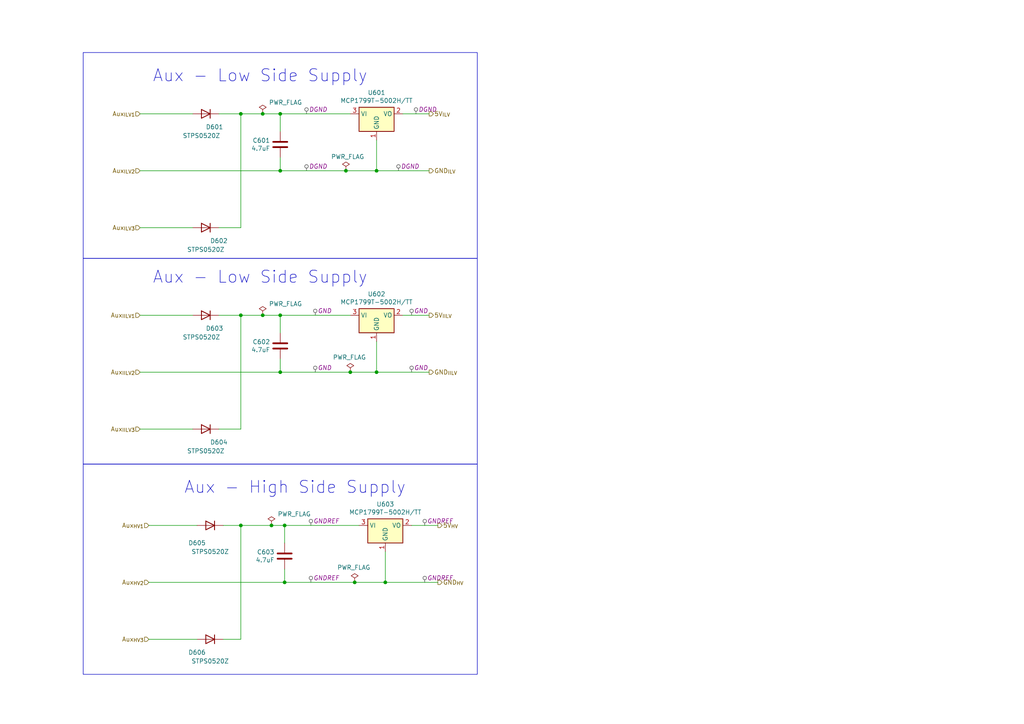
<source format=kicad_sch>
(kicad_sch (version 20250114) (generator "eeschema") (generator_version "9.0")
  (paper "A4")
  (title_block (title "Micro-inverter - 400W") (date "2024-02-06") (comment 1 "JAL"))
  (lib_symbols
    (symbol "Device:C" (pin_numbers (hide yes)) (pin_names (offset 0.254))
      (property "Reference" "C" (at 0.635 2.54 0))
      (property "Value" "C" (at 0.635 -2.54 0))
      (symbol "C_0_1"
        (polyline (pts (xy -2.032 0.762) (xy 2.032 0.762)) (stroke (width 0.508)))
        (polyline (pts (xy -2.032 -0.762) (xy 2.032 -0.762)) (stroke (width 0.508)))
      )
      (symbol "C_1_1"
        (pin passive line (at 0 3.81 270) (length 2.794) (name "~") (number "1"))
        (pin passive line (at 0 -3.81 90) (length 2.794) (name "~") (number "2"))
      )
    )
    (symbol "Device:D" (pin_numbers (hide yes)) (pin_names (offset 1.016) (hide yes))
      (property "Reference" "D" (at 0 2.54 0))
      (property "Value" "D" (at 0 -2.54 0))
      (symbol "D_0_1"
        (polyline (pts (xy -1.27 1.27) (xy -1.27 -1.27)) (stroke (width 0.254)))
        (polyline (pts (xy 1.27 1.27) (xy 1.27 -1.27) (xy -1.27 0) (xy 1.27 1.27)) (stroke (width 0.254)))
        (polyline (pts (xy 1.27 0) (xy -1.27 0)))
      )
      (symbol "D_1_1"
        (pin passive line (at -3.81 0 0) (length 2.54) (name "K") (number "1"))
        (pin passive line (at 3.81 0 180) (length 2.54) (name "A") (number "2"))
      )
    )
    (symbol "Regulator_Linear:MCP1754S-5002xCB"
      (property "Reference" "U" (at -3.81 3.175 0))
      (property "Value" "MCP1754S-5002xCB" (at -0.635 3.175 0))
      (symbol "MCP1754S-5002xCB_0_1"
        (rectangle (start -5.08 -5.08) (end 5.08 1.905) (stroke (width 0.254)) (fill (type background)))
      )
      (symbol "MCP1754S-5002xCB_1_1"
        (pin power_in line (at -7.62 0 0) (length 2.54) (name "VI") (number "3"))
        (pin power_in line (at 0 -7.62 90) (length 2.54) (name "GND") (number "1"))
        (pin power_out line (at 7.62 0 180) (length 2.54) (name "VO") (number "2"))
      )
    )
    (symbol "power:PWR_FLAG" (power) (pin_numbers (hide yes)) (pin_names (offset 0) (hide yes))
      (property "Value" "PWR_FLAG" (at 0 3.81 0))
      (symbol "PWR_FLAG_0_0"
        (pin power_out line (at 0 0 90) (length 0) (name "~") (number "1"))
      )
      (symbol "PWR_FLAG_0_1"
        (polyline (pts (xy 0 0) (xy 0 1.27) (xy -1.016 1.905) (xy 0 2.54) (xy 1.016 1.905) (xy 0 1.27)))
      )
    )
  )
  (rectangle (start 24.13 15.24) (end 138.43 74.93))
  (rectangle (start 24.13 74.93) (end 138.43 134.62))
  (rectangle (start 24.13 134.62) (end 138.43 195.58))
  (text "Aux - Low Side Supply" (at 106.68 82.55 0) (effects (font (size 3.5052 3.5052)) (justify right bottom)))
  (text "Aux - High Side Supply\n" (at 53.34 143.51 0) (effects (font (size 3.5052 3.5052)) (justify left bottom)))
  (text "Aux - Low Side Supply" (at 106.68 24.13 0) (effects (font (size 3.5052 3.5052)) (justify right bottom)))
  (junction (at 81.28 49.53))
  (junction (at 82.55 152.4))
  (junction (at 109.22 49.53))
  (junction (at 81.28 91.44))
  (junction (at 100.33 49.53))
  (junction (at 69.85 152.4))
  (junction (at 111.76 168.91))
  (junction (at 101.6 107.95))
  (junction (at 81.28 107.95))
  (junction (at 81.28 33.02))
  (junction (at 69.85 33.02))
  (junction (at 109.22 107.95))
  (junction (at 82.55 168.91))
  (junction (at 76.2 33.02))
  (junction (at 69.85 91.44))
  (junction (at 78.74 152.4))
  (junction (at 102.87 168.91))
  (junction (at 76.2 91.44))
  (wire (pts (xy 111.76 160.02) (xy 111.76 168.91)))
  (wire (pts (xy 81.28 96.52) (xy 81.28 91.44)))
  (wire (pts (xy 43.18 185.42) (xy 57.15 185.42)))
  (wire (pts (xy 63.5 66.04) (xy 69.85 66.04)))
  (wire (pts (xy 69.85 152.4) (xy 78.74 152.4)))
  (wire (pts (xy 81.28 45.72) (xy 81.28 49.53)))
  (wire (pts (xy 119.38 152.4) (xy 127 152.4)))
  (wire (pts (xy 109.22 49.53) (xy 124.46 49.53)))
  (wire (pts (xy 109.22 107.95) (xy 124.46 107.95)))
  (wire (pts (xy 116.84 33.02) (xy 124.46 33.02)))
  (wire (pts (xy 82.55 157.48) (xy 82.55 152.4)))
  (wire (pts (xy 63.5 124.46) (xy 69.85 124.46)))
  (wire (pts (xy 55.88 33.02) (xy 40.64 33.02)))
  (wire (pts (xy 101.6 107.95) (xy 109.22 107.95)))
  (wire (pts (xy 82.55 165.1) (xy 82.55 168.91)))
  (wire (pts (xy 100.33 49.53) (xy 109.22 49.53)))
  (wire (pts (xy 69.85 91.44) (xy 76.2 91.44)))
  (wire (pts (xy 76.2 91.44) (xy 81.28 91.44)))
  (wire (pts (xy 69.85 33.02) (xy 76.2 33.02)))
  (wire (pts (xy 76.2 33.02) (xy 81.28 33.02)))
  (wire (pts (xy 40.64 49.53) (xy 81.28 49.53)))
  (wire (pts (xy 69.85 185.42) (xy 69.85 152.4)))
  (wire (pts (xy 109.22 40.64) (xy 109.22 49.53)))
  (wire (pts (xy 43.18 168.91) (xy 82.55 168.91)))
  (wire (pts (xy 43.18 152.4) (xy 57.15 152.4)))
  (wire (pts (xy 116.84 91.44) (xy 124.46 91.44)))
  (wire (pts (xy 69.85 124.46) (xy 69.85 91.44)))
  (wire (pts (xy 81.28 91.44) (xy 101.6 91.44)))
  (wire (pts (xy 63.5 91.44) (xy 69.85 91.44)))
  (wire (pts (xy 82.55 168.91) (xy 102.87 168.91)))
  (wire (pts (xy 81.28 104.14) (xy 81.28 107.95)))
  (wire (pts (xy 102.87 168.91) (xy 111.76 168.91)))
  (wire (pts (xy 55.88 124.46) (xy 40.64 124.46)))
  (wire (pts (xy 82.55 152.4) (xy 104.14 152.4)))
  (wire (pts (xy 78.74 152.4) (xy 82.55 152.4)))
  (wire (pts (xy 81.28 49.53) (xy 100.33 49.53)))
  (wire (pts (xy 55.88 91.44) (xy 40.64 91.44)))
  (wire (pts (xy 55.88 66.04) (xy 40.64 66.04)))
  (wire (pts (xy 81.28 38.1) (xy 81.28 33.02)))
  (wire (pts (xy 64.77 152.4) (xy 69.85 152.4)))
  (wire (pts (xy 111.76 168.91) (xy 127 168.91)))
  (wire (pts (xy 63.5 33.02) (xy 69.85 33.02)))
  (wire (pts (xy 109.22 99.06) (xy 109.22 107.95)))
  (wire (pts (xy 81.28 33.02) (xy 101.6 33.02)))
  (wire (pts (xy 64.77 185.42) (xy 69.85 185.42)))
  (wire (pts (xy 40.64 107.95) (xy 81.28 107.95)))
  (wire (pts (xy 69.85 66.04) (xy 69.85 33.02)))
  (wire (pts (xy 81.28 107.95) (xy 101.6 107.95)))
  (hierarchical_label "5V_{ILV}" (shape output) (at 124.46 33.02 0))
  (hierarchical_label "GND_{ILV}" (shape output) (at 124.46 49.53 0))
  (hierarchical_label "5V_{IILV}" (shape output) (at 124.46 91.44 0))
  (hierarchical_label "Aux_{ILV3}" (shape input) (at 40.64 66.04 180))
  (hierarchical_label "5V_{HV}" (shape output) (at 127 152.4 0))
  (hierarchical_label "Aux_{HV2}" (shape input) (at 43.18 168.91 180))
  (hierarchical_label "Aux_{HV1}" (shape input) (at 43.18 152.4 180))
  (hierarchical_label "GND_{HV}" (shape output) (at 127 168.91 0))
  (hierarchical_label "GND_{IILV}" (shape output) (at 124.46 107.95 0))
  (hierarchical_label "Aux_{IILV2}" (shape input) (at 40.64 107.95 180))
  (hierarchical_label "Aux_{IILV1}" (shape input) (at 40.64 91.44 180))
  (hierarchical_label "Aux_{ILV2}" (shape input) (at 40.64 49.53 180))
  (hierarchical_label "Aux_{HV3}" (shape input) (at 43.18 185.42 180))
  (hierarchical_label "Aux_{ILV1}" (shape input) (at 40.64 33.02 180))
  (hierarchical_label "Aux_{IILV3}" (shape input) (at 40.64 124.46 180))
  (netclass_flag "" (length 1.27) (shape round) (at 119.38 107.95 0) (property "Netclass" "GND" (at 120.0785 106.68 0) (effects (font (italic yes)) (justify left))))
  (netclass_flag "" (length 1.27) (shape round) (at 90.17 168.91 0) (property "Netclass" "GNDREF" (at 90.8685 167.64 0) (effects (font (italic yes)) (justify left))))
  (netclass_flag "" (length 1.27) (shape round) (at 115.57 49.53 0) (property "Netclass" "DGND" (at 116.2685 48.26 0) (effects (font (italic yes)) (justify left))))
  (netclass_flag "" (length 1.27) (shape round) (at 90.17 152.4 0) (property "Netclass" "GNDREF" (at 90.8685 151.13 0) (effects (font (italic yes)) (justify left))))
  (netclass_flag "" (length 1.27) (shape round) (at 91.44 91.44 0) (property "Netclass" "GND" (at 92.1385 90.17 0) (effects (font (italic yes)) (justify left))))
  (netclass_flag "" (length 1.27) (shape round) (at 119.38 91.44 0) (property "Netclass" "GND" (at 120.0785 90.17 0) (effects (font (italic yes)) (justify left))))
  (netclass_flag "" (length 1.27) (shape round) (at 91.44 107.95 0) (property "Netclass" "GND" (at 92.1385 106.68 0) (effects (font (italic yes)) (justify left))))
  (netclass_flag "" (length 1.27) (shape round) (at 88.9 49.53 0) (property "Netclass" "DGND" (at 89.5985 48.26 0) (effects (font (italic yes)) (justify left))))
  (netclass_flag "" (length 1.27) (shape round) (at 123.19 152.4 0) (property "Netclass" "GNDREF" (at 123.8885 151.13 0) (effects (font (italic yes)) (justify left))))
  (netclass_flag "" (length 1.27) (shape round) (at 120.65 33.02 0) (property "Netclass" "DGND" (at 121.3485 31.75 0) (effects (font (italic yes)) (justify left))))
  (netclass_flag "" (length 1.27) (shape round) (at 123.19 168.91 0) (property "Netclass" "GNDREF" (at 123.8885 167.64 0) (effects (font (italic yes)) (justify left))))
  (netclass_flag "" (length 1.27) (shape round) (at 88.9 33.02 0) (property "Netclass" "DGND" (at 89.5985 31.75 0) (effects (font (italic yes)) (justify left))))
  (symbol (lib_id "Device:D") (at 59.69 33.02 0) (mirror y) (unit 1)
    (property "Reference" "D601" (at 62.23 36.83 0))
    (property "Value" "STPS0520Z" (at 58.42 39.37 0))
    (property "Footprint" "Diode_SMD:D_SOD-323" (effects (hide yes)))
    (property "Datasheet" "https://www.st.com/resource/en/datasheet/stps0520z.pdf" (effects (hide yes)))
  )
  (symbol (lib_id "Device:C") (at 81.28 41.91 0) (mirror y) (unit 1)
    (property "Reference" "C601" (at 78.359 40.7416 0) (effects (justify left)))
    (property "Value" "4.7uF" (at 78.359 43.053 0) (effects (justify left)))
    (property "Footprint" "Footprints:C_1210_3225Metric" (effects (hide yes)))
    (property "Datasheet" "https://www.mouser.fr/datasheet/2/40/X7RDielectric-777024.pdf" (effects (hide yes)))
    (property "Ref" "12101C475KAT2A" (effects (hide yes)))
  )
  (symbol (lib_id "Regulator_Linear:MCP1754S-5002xCB") (at 111.76 152.4 0) (unit 1)
    (property "Reference" "U603" (at 111.76 146.2532 0))
    (property "Value" "MCP1799T-5002H/TT" (at 111.76 148.5646 0))
    (property "Footprint" "Package_TO_SOT_SMD:SOT-23" (effects (hide yes)))
    (property "Datasheet" "http://ww1.microchip.com/downloads/en/DeviceDoc/20002276C.pdf" (effects (hide yes)))
  )
  (symbol (lib_id "power:PWR_FLAG") (at 76.2 33.02 0) (unit 1)
    (property "Reference" "#FLG0602" (effects (hide yes)))
    (property "Value" "PWR_FLAG" (at 82.804 29.718 0))
    (property "Description" "Special symbol for telling ERC where power comes from" (effects (hide yes)))
  )
  (symbol (lib_id "Regulator_Linear:MCP1754S-5002xCB") (at 109.22 91.44 0) (unit 1)
    (property "Reference" "U602" (at 109.22 85.2932 0))
    (property "Value" "MCP1799T-5002H/TT" (at 109.22 87.6046 0))
    (property "Footprint" "Package_TO_SOT_SMD:SOT-23" (effects (hide yes)))
    (property "Datasheet" "http://ww1.microchip.com/downloads/en/DeviceDoc/20002276C.pdf" (effects (hide yes)))
  )
  (symbol (lib_id "Device:D") (at 59.69 66.04 0) (mirror y) (unit 1)
    (property "Reference" "D602" (at 63.5 69.85 0))
    (property "Value" "STPS0520Z" (at 59.69 72.39 0))
    (property "Footprint" "Diode_SMD:D_SOD-323" (effects (hide yes)))
    (property "Datasheet" "https://www.st.com/resource/en/datasheet/stps0520z.pdf" (effects (hide yes)))
  )
  (symbol (lib_id "Device:C") (at 81.28 100.33 0) (mirror y) (unit 1)
    (property "Reference" "C602" (at 78.359 99.1616 0) (effects (justify left)))
    (property "Value" "4.7uF" (at 78.359 101.473 0) (effects (justify left)))
    (property "Footprint" "Footprints:C_1210_3225Metric" (effects (hide yes)))
    (property "Datasheet" "https://www.mouser.fr/datasheet/2/40/X7RDielectric-777024.pdf" (effects (hide yes)))
    (property "Ref" "12101C475KAT2A" (effects (hide yes)))
  )
  (symbol (lib_id "Device:C") (at 82.55 161.29 0) (mirror y) (unit 1)
    (property "Reference" "C603" (at 79.629 160.1216 0) (effects (justify left)))
    (property "Value" "4.7uF" (at 79.629 162.433 0) (effects (justify left)))
    (property "Footprint" "Footprints:C_1210_3225Metric" (effects (hide yes)))
    (property "Datasheet" "https://www.mouser.fr/datasheet/2/40/X7RDielectric-777024.pdf" (effects (hide yes)))
    (property "Ref" "12101C475KAT2A" (effects (hide yes)))
  )
  (symbol (lib_id "power:PWR_FLAG") (at 78.74 152.4 0) (unit 1)
    (property "Reference" "#FLG0603" (effects (hide yes)))
    (property "Value" "PWR_FLAG" (at 85.344 149.098 0))
    (property "Description" "Special symbol for telling ERC where power comes from" (effects (hide yes)))
  )
  (symbol (lib_id "Regulator_Linear:MCP1754S-5002xCB") (at 109.22 33.02 0) (unit 1)
    (property "Reference" "U601" (at 109.22 26.8732 0))
    (property "Value" "MCP1799T-5002H/TT" (at 109.22 29.1846 0))
    (property "Footprint" "Package_TO_SOT_SMD:SOT-23" (effects (hide yes)))
    (property "Datasheet" "http://ww1.microchip.com/downloads/en/DeviceDoc/20002276C.pdf" (effects (hide yes)))
  )
  (symbol (lib_id "power:PWR_FLAG") (at 76.2 91.44 0) (unit 1)
    (property "Reference" "#FLG0601" (effects (hide yes)))
    (property "Value" "PWR_FLAG" (at 82.804 88.138 0))
    (property "Description" "Special symbol for telling ERC where power comes from" (effects (hide yes)))
  )
  (symbol (lib_id "Device:D") (at 60.96 185.42 0) (mirror y) (unit 1)
    (property "Reference" "D606" (at 57.15 189.23 0))
    (property "Value" "STPS0520Z" (at 60.96 191.77 0))
    (property "Footprint" "Diode_SMD:D_SOD-323" (effects (hide yes)))
    (property "Datasheet" "https://www.st.com/resource/en/datasheet/stps0520z.pdf" (effects (hide yes)))
  )
  (symbol (lib_id "power:PWR_FLAG") (at 100.33 49.53 0) (unit 1)
    (property "Reference" "#FLG0605" (effects (hide yes)))
    (property "Value" "PWR_FLAG" (at 100.838 45.466 0))
    (property "Description" "Special symbol for telling ERC where power comes from" (effects (hide yes)))
  )
  (symbol (lib_id "Device:D") (at 59.69 124.46 0) (mirror y) (unit 1)
    (property "Reference" "D604" (at 63.5 128.27 0))
    (property "Value" "STPS0520Z" (at 59.69 130.81 0))
    (property "Footprint" "Diode_SMD:D_SOD-323" (effects (hide yes)))
    (property "Datasheet" "https://www.st.com/resource/en/datasheet/stps0520z.pdf" (effects (hide yes)))
  )
  (symbol (lib_id "Device:D") (at 60.96 152.4 0) (mirror y) (unit 1)
    (property "Reference" "D605" (at 57.15 157.48 0))
    (property "Value" "STPS0520Z" (at 60.96 160.02 0))
    (property "Footprint" "Diode_SMD:D_SOD-323" (effects (hide yes)))
    (property "Datasheet" "https://www.st.com/resource/en/datasheet/stps0520z.pdf" (effects (hide yes)))
  )
  (symbol (lib_id "power:PWR_FLAG") (at 101.6 107.95 0) (unit 1)
    (property "Reference" "#FLG0604" (effects (hide yes)))
    (property "Value" "PWR_FLAG" (at 101.346 103.632 0))
    (property "Description" "Special symbol for telling ERC where power comes from" (effects (hide yes)))
  )
  (symbol (lib_id "Device:D") (at 59.69 91.44 0) (mirror y) (unit 1)
    (property "Reference" "D603" (at 62.23 95.25 0))
    (property "Value" "STPS0520Z" (at 58.42 97.79 0))
    (property "Footprint" "Diode_SMD:D_SOD-323" (effects (hide yes)))
    (property "Datasheet" "https://www.st.com/resource/en/datasheet/stps0520z.pdf" (effects (hide yes)))
  )
  (symbol (lib_id "power:PWR_FLAG") (at 102.87 168.91 0) (unit 1)
    (property "Reference" "#FLG0606" (effects (hide yes)))
    (property "Value" "PWR_FLAG" (at 102.616 164.592 0))
    (property "Description" "Special symbol for telling ERC where power comes from" (effects (hide yes)))
  )
)
</source>
